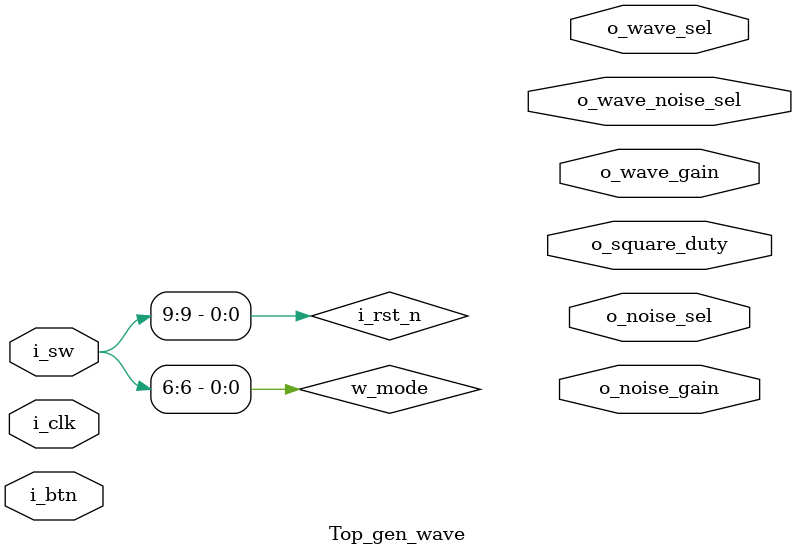
<source format=sv>
module Top_gen_wave #(
    parameter NUM_BTN = 4   ,
    parameter NUM_SW  = 10   
)(
    input logic                         i_clk   ,
    input logic [NUM_BTN-1:0]           i_btn   ,
    input logic [NUM_SW-1:0]            i_sw    ,

    output logic                        o_wave_noise_sel    ,
    output logic [2:0]                  o_wave_sel          ,
    output logic                        o_wave_gain         ,
    output logic [2:0]                  o_square_duty       ,
    output logic                        o_noise_sel         ,
    output logic [1:0]                  o_noise_gain        
); 

//////////////////////////////////////////////////////////
// Internal Signal
//////////////////////////////////////////////////////////
parameter SIZE_WIDTH = 24;
parameter SIZE_DEPTH = 1024;
parameter NUM_WAVE = 3;
parameter NUM_PHASE_STEP = $clog2(SIZE_DEPTH);
parameter NUM_DUTY_CYC_STEP = 3;
parameter NUM_GAIN_STEP = 4;
parameter NUM_GAIN_NOISE = 4;
//- MODE WAVE SELECT
parameter IDLE      = 3'b000;
parameter ECG       = 3'b011;
parameter SIN       = 3'b100;
parameter SQUARE    = 3'b101;
parameter TRIANGLE  = 3'b110;
parameter SAWTOOTH  = 3'b111;
logic w_mode;
assign w_mode = i_sw[8:6];

//-- Signal
logic i_rst_n;
assign i_rst_n = i_sw[NUM_SW-1];
logic w_add_noise; // 0 - sóng thuần túy, 1 - sóng + nhiễu

logic        [NUM_WAVE-1:0] w_sel_wave        ; // chọn loại sóng xuất
logic        [NUM_PHASE_STEP-1:0] w_wave_phase_step ; // chỉnh bước nhảy của NCO của sóng - chỉnh tẩn số
logic        [NUM_DUTY_CYC_STEP-1:0] w_sel_duty_cycle  ; // chọn duty cycle cho sóng vuông
logic signed [NUM_GAIN_STEP:0] w_gain_wave       ; // lựa chọn độ lợi áp khôi phục của sóng

logic                              w_lfsr_sin        ; // 0 - lfsr, 1 - hài bậc cao sóng sine
logic                              w_wave_noise_step ; // chỉnh bước nhảy của NCO của nhiểu sin cao - chỉnh tẩn số
logic signed [NUM_GAIN_NOISE-1:0] w_gain_noise      ; // lựa chọn độ lợi áp khôi phục của nhiễu
    
logic signed [SIZE_WIDTH-1:0] w_wave_out        ;

//////////////////////////////////////////////////////////
// Submodule
//////////////////////////////////////////////////////////

wave_gen #(
    .WIDTH  (SIZE_WIDTH),
    .DEPTH  (SIZE_DEPTH) 
) WAVE_GEN_TOP (
    .i_clk             (i_clk),
    .i_rst_n           (i_rst_n),
    .i_add_noise       (w_add_noise), // 0 - sóng thuần túy, 1 - sóng + nhiễu
    .i_sel_wave        (w_sel_wave), // chọn loại sóng xuất
    .i_wave_phase_step (w_wave_phase_step), // chỉnh bước nhảy của NCO của sóng - chỉnh tẩn số
    .i_sel_duty_cycle  (w_sel_duty_cycle), // chọn duty cycle cho sóng vuông
    .i_gain_wave       (w_gain_wave), // lựa chọn độ lợi áp khôi phục của sóng
    .i_lfsr_sin        (w_lfsr_sin), // 0 - lfsr, 1 - hài bậc cao sóng sine
    .i_wave_noise_step (w_wave_noise_step), // chỉnh bước nhảy của NCO của nhiểu sin cao - chỉnh tẩn số
    .i_gain_noise      (w_gain_noise), // lựa chọn độ lợi áp khôi phục của nhiễu
    .o_wave_out        (w_wave_out) 
);

endmodule

</source>
